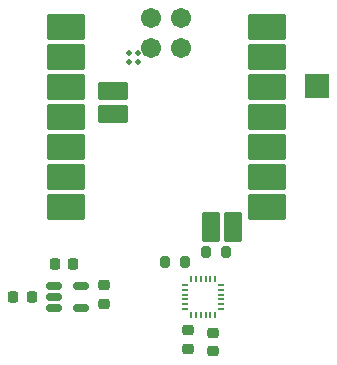
<source format=gbr>
%TF.GenerationSoftware,KiCad,Pcbnew,9.0.4*%
%TF.CreationDate,2025-11-03T10:18:42-05:00*%
%TF.ProjectId,Perpetuality,50657270-6574-4756-916c-6974792e6b69,rev?*%
%TF.SameCoordinates,Original*%
%TF.FileFunction,Soldermask,Top*%
%TF.FilePolarity,Negative*%
%FSLAX46Y46*%
G04 Gerber Fmt 4.6, Leading zero omitted, Abs format (unit mm)*
G04 Created by KiCad (PCBNEW 9.0.4) date 2025-11-03 10:18:42*
%MOMM*%
%LPD*%
G01*
G04 APERTURE LIST*
G04 Aperture macros list*
%AMRoundRect*
0 Rectangle with rounded corners*
0 $1 Rounding radius*
0 $2 $3 $4 $5 $6 $7 $8 $9 X,Y pos of 4 corners*
0 Add a 4 corners polygon primitive as box body*
4,1,4,$2,$3,$4,$5,$6,$7,$8,$9,$2,$3,0*
0 Add four circle primitives for the rounded corners*
1,1,$1+$1,$2,$3*
1,1,$1+$1,$4,$5*
1,1,$1+$1,$6,$7*
1,1,$1+$1,$8,$9*
0 Add four rect primitives between the rounded corners*
20,1,$1+$1,$2,$3,$4,$5,0*
20,1,$1+$1,$4,$5,$6,$7,0*
20,1,$1+$1,$6,$7,$8,$9,0*
20,1,$1+$1,$8,$9,$2,$3,0*%
G04 Aperture macros list end*
%ADD10R,2.000000X2.000000*%
%ADD11RoundRect,0.050000X-0.225000X-0.050000X0.225000X-0.050000X0.225000X0.050000X-0.225000X0.050000X0*%
%ADD12RoundRect,0.050000X0.050000X-0.225000X0.050000X0.225000X-0.050000X0.225000X-0.050000X-0.225000X0*%
%ADD13RoundRect,0.200000X-0.200000X-0.275000X0.200000X-0.275000X0.200000X0.275000X-0.200000X0.275000X0*%
%ADD14RoundRect,0.225000X-0.250000X0.225000X-0.250000X-0.225000X0.250000X-0.225000X0.250000X0.225000X0*%
%ADD15RoundRect,0.150000X-0.512500X-0.150000X0.512500X-0.150000X0.512500X0.150000X-0.512500X0.150000X0*%
%ADD16RoundRect,0.225000X0.225000X0.250000X-0.225000X0.250000X-0.225000X-0.250000X0.225000X-0.250000X0*%
%ADD17RoundRect,0.101600X-1.500000X-1.000000X1.500000X-1.000000X1.500000X1.000000X-1.500000X1.000000X0*%
%ADD18RoundRect,0.851600X-0.000010X-0.000010X0.000010X-0.000010X0.000010X0.000010X-0.000010X0.000010X0*%
%ADD19RoundRect,0.101600X0.650000X-1.150000X0.650000X1.150000X-0.650000X1.150000X-0.650000X-1.150000X0*%
%ADD20RoundRect,0.101600X1.150000X0.650000X-1.150000X0.650000X-1.150000X-0.650000X1.150000X-0.650000X0*%
%ADD21RoundRect,0.200000X0.200000X0.275000X-0.200000X0.275000X-0.200000X-0.275000X0.200000X-0.275000X0*%
%ADD22C,0.508000*%
G04 APERTURE END LIST*
D10*
%TO.C,J1*%
X80462500Y-71945000D03*
%TD*%
D11*
%TO.C,U3*%
X69300000Y-88800000D03*
X69300000Y-89200000D03*
X69300000Y-89600000D03*
X69300000Y-90000000D03*
X69300000Y-90400000D03*
X69300000Y-90800000D03*
D12*
X69800000Y-91300000D03*
X70200000Y-91300000D03*
X70600000Y-91300000D03*
X71000000Y-91300000D03*
X71400000Y-91300000D03*
X71800000Y-91300000D03*
D11*
X72300000Y-90800000D03*
X72300000Y-90400000D03*
X72300000Y-90000000D03*
X72300000Y-89600000D03*
X72300000Y-89200000D03*
X72300000Y-88800000D03*
D12*
X71800000Y-88300000D03*
X71400000Y-88300000D03*
X71000000Y-88300000D03*
X70600000Y-88300000D03*
X70200000Y-88300000D03*
X69800000Y-88300000D03*
%TD*%
D13*
%TO.C,R8*%
X71075000Y-86000000D03*
X72725000Y-86000000D03*
%TD*%
D14*
%TO.C,C3*%
X69500000Y-92625000D03*
X69500000Y-94175000D03*
%TD*%
D15*
%TO.C,U2*%
X58162500Y-88850000D03*
X58162500Y-89800000D03*
X58162500Y-90750000D03*
X60437500Y-90750000D03*
X60437500Y-88850000D03*
%TD*%
D16*
%TO.C,C4*%
X59775000Y-87000000D03*
X58225000Y-87000000D03*
%TD*%
D17*
%TO.C,U1*%
X59163500Y-66980000D03*
X59163500Y-69520000D03*
X59163500Y-72060000D03*
X59163500Y-74600000D03*
X59163500Y-77140000D03*
X59163500Y-79680000D03*
X59163500Y-82220000D03*
X76163500Y-82220000D03*
X76163500Y-79680000D03*
X76163500Y-77140000D03*
X76163500Y-74600000D03*
X76163500Y-72060000D03*
X76163500Y-69520000D03*
X76163500Y-66980000D03*
D18*
X66393500Y-66210000D03*
X68933500Y-66210000D03*
X66393500Y-68750000D03*
X68933500Y-68750000D03*
D19*
X71463500Y-83850000D03*
X73363500Y-83850000D03*
D20*
X63163500Y-72400000D03*
X63163500Y-74300000D03*
%TD*%
D14*
%TO.C,C5*%
X71600000Y-92825000D03*
X71600000Y-94375000D03*
%TD*%
D21*
%TO.C,R9*%
X69225000Y-86800000D03*
X67575000Y-86800000D03*
%TD*%
D16*
%TO.C,C1*%
X56275000Y-89800000D03*
X54725000Y-89800000D03*
%TD*%
D14*
%TO.C,C2*%
X62400000Y-88825000D03*
X62400000Y-90375000D03*
%TD*%
D22*
%TO.C,U7*%
X65318889Y-69938699D03*
X64531489Y-69938699D03*
X64531489Y-69151299D03*
X65318889Y-69151299D03*
%TD*%
M02*

</source>
